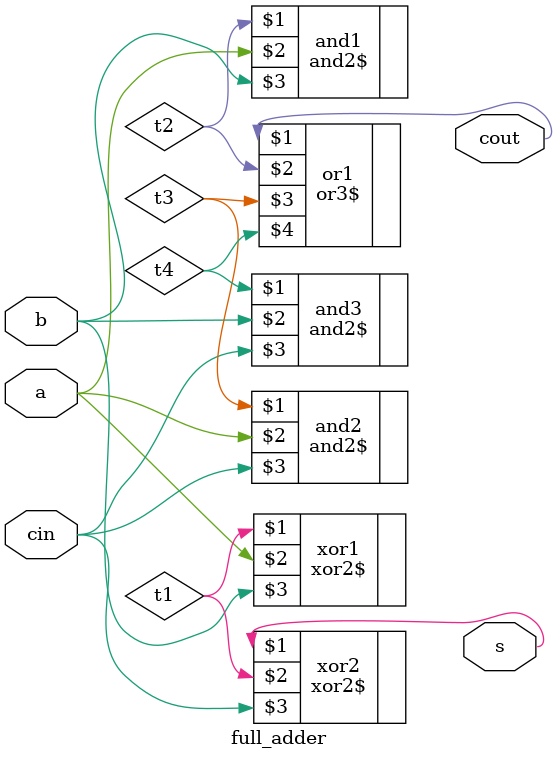
<source format=v>
module full_adder (a, b, s, cout, cin);
	
	input a;
	input b;
	input cin;
	output s;
	output cout;
	
	wire t1, t2, t3, t4;
	
	xor2$ xor1(t1, a, b);
	xor2$ xor2(s, t1, cin);
	and2$ and1(t2, a, b);
	and2$ and2(t3, a, cin);
	and2$ and3(t4, b, cin);
	or3$ or1(cout, t2, t3 ,t4);
	
endmodule

</source>
